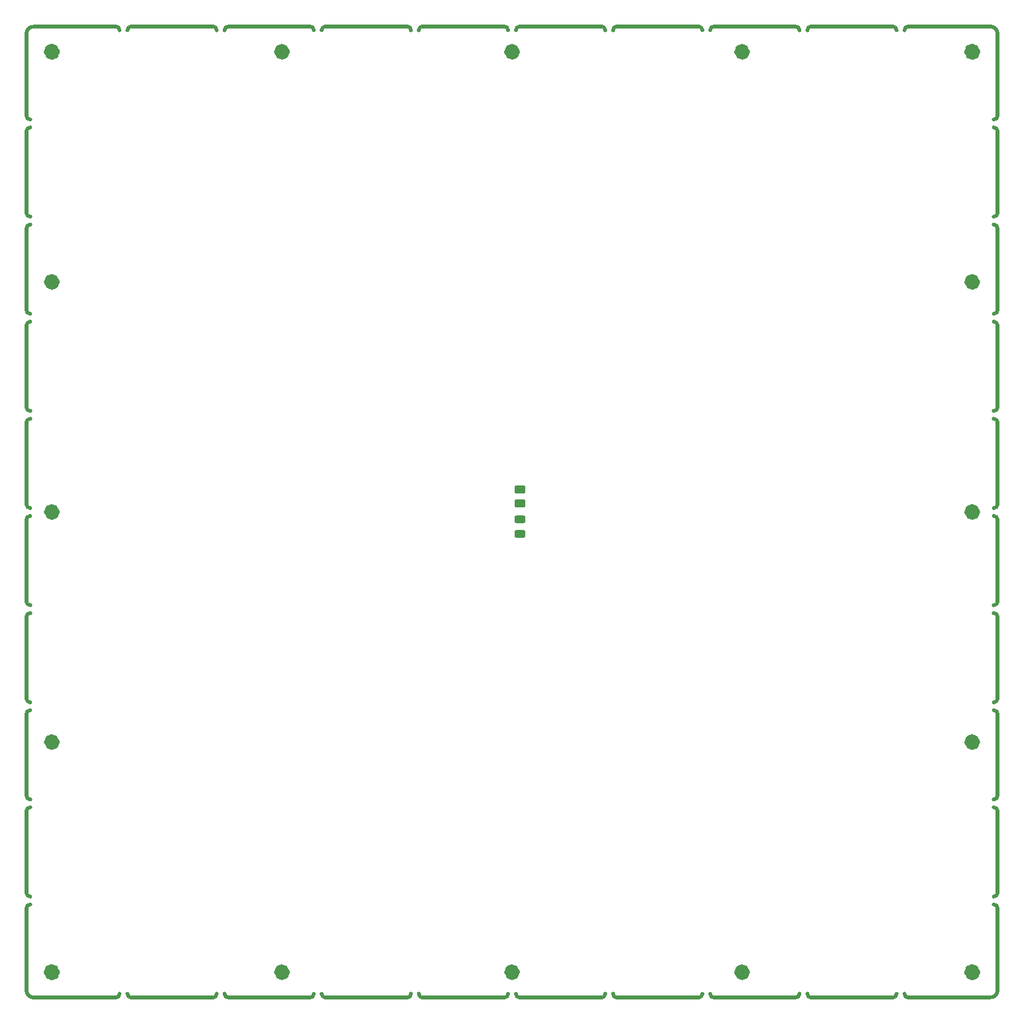
<source format=gtp>
G04 #@! TF.GenerationSoftware,KiCad,Pcbnew,6.0.10+dfsg-1~bpo11+1*
G04 #@! TF.CreationDate,2023-02-10T23:49:01+00:00*
G04 #@! TF.ProjectId,stencil,7374656e-6369-46c2-9e6b-696361645f70,rev?*
G04 #@! TF.SameCoordinates,Original*
G04 #@! TF.FileFunction,Paste,Top*
G04 #@! TF.FilePolarity,Positive*
%FSLAX46Y46*%
G04 Gerber Fmt 4.6, Leading zero omitted, Abs format (unit mm)*
G04 Created by KiCad (PCBNEW 6.0.10+dfsg-1~bpo11+1) date 2023-02-10 23:49:01*
%MOMM*%
%LPD*%
G01*
G04 APERTURE LIST*
G04 Aperture macros list*
%AMRoundRect*
0 Rectangle with rounded corners*
0 $1 Rounding radius*
0 $2 $3 $4 $5 $6 $7 $8 $9 X,Y pos of 4 corners*
0 Add a 4 corners polygon primitive as box body*
4,1,4,$2,$3,$4,$5,$6,$7,$8,$9,$2,$3,0*
0 Add four circle primitives for the rounded corners*
1,1,$1+$1,$2,$3*
1,1,$1+$1,$4,$5*
1,1,$1+$1,$6,$7*
1,1,$1+$1,$8,$9*
0 Add four rect primitives between the rounded corners*
20,1,$1+$1,$2,$3,$4,$5,0*
20,1,$1+$1,$4,$5,$6,$7,0*
20,1,$1+$1,$6,$7,$8,$9,0*
20,1,$1+$1,$8,$9,$2,$3,0*%
G04 Aperture macros list end*
%ADD10C,0.500000*%
%ADD11C,1.000000*%
%ADD12C,1.050000*%
%ADD13RoundRect,0.243750X0.456250X-0.243750X0.456250X0.243750X-0.456250X0.243750X-0.456250X-0.243750X0*%
%ADD14RoundRect,0.250000X-0.450000X0.262500X-0.450000X-0.262500X0.450000X-0.262500X0.450000X0.262500X0*%
G04 APERTURE END LIST*
D10*
X79000000Y-113800000D02*
G75*
G03*
X79500000Y-114300000I500000J0D01*
G01*
X178700000Y-151500000D02*
G75*
G03*
X179200000Y-152000000I500000J0D01*
G01*
X191100000Y-151500000D02*
G75*
G03*
X191600000Y-152000000I500000J0D01*
G01*
X190100000Y-28500000D02*
G75*
G03*
X189600000Y-28000000I-500000J0D01*
G01*
D11*
X112125000Y-148750000D02*
G75*
G03*
X112125000Y-148750000I-500000J0D01*
G01*
D12*
X200275000Y-31250000D02*
G75*
G03*
X200275000Y-31250000I-525000J0D01*
G01*
D10*
X80000000Y-28000000D02*
X90400000Y-28000000D01*
X203000000Y-66200000D02*
X203000000Y-76600000D01*
X154400000Y-152000000D02*
X164800000Y-152000000D01*
X179200000Y-28000000D02*
X189600000Y-28000000D01*
D11*
X112125000Y-31250000D02*
G75*
G03*
X112125000Y-31250000I-500000J0D01*
G01*
D10*
X104800000Y-152000000D02*
X115200000Y-152000000D01*
X79000000Y-115800000D02*
X79000000Y-126200000D01*
X79000000Y-51800000D02*
G75*
G03*
X79500000Y-52300000I500000J0D01*
G01*
X92400000Y-152000000D02*
X102800000Y-152000000D01*
X202500000Y-126700000D02*
G75*
G03*
X203000000Y-126200000I0J500000D01*
G01*
X79000000Y-64200000D02*
G75*
G03*
X79500000Y-64700000I500000J0D01*
G01*
D11*
X141500000Y-31250000D02*
G75*
G03*
X141500000Y-31250000I-500000J0D01*
G01*
D10*
X203000000Y-66200000D02*
G75*
G03*
X202500000Y-65700000I-500000J0D01*
G01*
D11*
X200250000Y-119375000D02*
G75*
G03*
X200250000Y-119375000I-500000J0D01*
G01*
D10*
X203000000Y-128200000D02*
G75*
G03*
X202500000Y-127700000I-500000J0D01*
G01*
X79000000Y-53800000D02*
X79000000Y-64200000D01*
X191600000Y-152000000D02*
X202000000Y-152000000D01*
X117200000Y-152000000D02*
X127600000Y-152000000D01*
D12*
X82775000Y-31250000D02*
G75*
G03*
X82775000Y-31250000I-525000J0D01*
G01*
D10*
X202500000Y-39900000D02*
G75*
G03*
X203000000Y-39400000I0J500000D01*
G01*
X79500000Y-127700000D02*
G75*
G03*
X79000000Y-128200000I0J-500000D01*
G01*
X79000000Y-89000000D02*
G75*
G03*
X79500000Y-89500000I500000J0D01*
G01*
X203000000Y-41400000D02*
X203000000Y-51800000D01*
D11*
X170875000Y-31250000D02*
G75*
G03*
X170875000Y-31250000I-500000J0D01*
G01*
D10*
X79000000Y-29000000D02*
X79000000Y-39400000D01*
X79000000Y-128200000D02*
X79000000Y-138600000D01*
X164800000Y-152000000D02*
G75*
G03*
X165300000Y-151500000I0J500000D01*
G01*
X91900000Y-151500000D02*
G75*
G03*
X92400000Y-152000000I500000J0D01*
G01*
X117200000Y-28000000D02*
G75*
G03*
X116700000Y-28500000I0J-500000D01*
G01*
X79000000Y-91000000D02*
X79000000Y-101400000D01*
X116700000Y-151500000D02*
G75*
G03*
X117200000Y-152000000I500000J0D01*
G01*
X179200000Y-152000000D02*
X189600000Y-152000000D01*
X202500000Y-52300000D02*
G75*
G03*
X203000000Y-51800000I0J500000D01*
G01*
D11*
X200250000Y-60625000D02*
G75*
G03*
X200250000Y-60625000I-500000J0D01*
G01*
D10*
X79500000Y-115300000D02*
G75*
G03*
X79000000Y-115800000I0J-500000D01*
G01*
X79500000Y-140100000D02*
G75*
G03*
X79000000Y-140600000I0J-500000D01*
G01*
D11*
X200250000Y-90000000D02*
G75*
G03*
X200250000Y-90000000I-500000J0D01*
G01*
D10*
X166300000Y-151500000D02*
G75*
G03*
X166800000Y-152000000I500000J0D01*
G01*
X102800000Y-152000000D02*
G75*
G03*
X103300000Y-151500000I0J500000D01*
G01*
X202500000Y-77100000D02*
G75*
G03*
X203000000Y-76600000I0J500000D01*
G01*
D11*
X82750000Y-60625000D02*
G75*
G03*
X82750000Y-60625000I-500000J0D01*
G01*
D10*
X92400000Y-28000000D02*
G75*
G03*
X91900000Y-28500000I0J-500000D01*
G01*
X79000000Y-151000000D02*
G75*
G03*
X80000000Y-152000000I1000000J0D01*
G01*
X79000000Y-41400000D02*
X79000000Y-51800000D01*
X104800000Y-28000000D02*
G75*
G03*
X104300000Y-28500000I0J-500000D01*
G01*
X90400000Y-152000000D02*
G75*
G03*
X90900000Y-151500000I0J500000D01*
G01*
X129600000Y-28000000D02*
G75*
G03*
X129100000Y-28500000I0J-500000D01*
G01*
X104300000Y-151500000D02*
G75*
G03*
X104800000Y-152000000I500000J0D01*
G01*
X141500000Y-151500000D02*
G75*
G03*
X142000000Y-152000000I500000J0D01*
G01*
X79000000Y-66200000D02*
X79000000Y-76600000D01*
D12*
X200275000Y-148750000D02*
G75*
G03*
X200275000Y-148750000I-525000J0D01*
G01*
D10*
X79000000Y-140600000D02*
X79000000Y-151000000D01*
X129100000Y-151500000D02*
G75*
G03*
X129600000Y-152000000I500000J0D01*
G01*
X177700000Y-28500000D02*
G75*
G03*
X177200000Y-28000000I-500000J0D01*
G01*
X153900000Y-151500000D02*
G75*
G03*
X154400000Y-152000000I500000J0D01*
G01*
X202500000Y-114300000D02*
G75*
G03*
X203000000Y-113800000I0J500000D01*
G01*
X129600000Y-152000000D02*
X140000000Y-152000000D01*
X203000000Y-115800000D02*
X203000000Y-126200000D01*
X202500000Y-89500000D02*
G75*
G03*
X203000000Y-89000000I0J500000D01*
G01*
X166800000Y-28000000D02*
X177200000Y-28000000D01*
X166800000Y-28000000D02*
G75*
G03*
X166300000Y-28500000I0J-500000D01*
G01*
X203000000Y-115800000D02*
G75*
G03*
X202500000Y-115300000I-500000J0D01*
G01*
D11*
X82750000Y-90000000D02*
G75*
G03*
X82750000Y-90000000I-500000J0D01*
G01*
D10*
X142000000Y-28000000D02*
G75*
G03*
X141500000Y-28500000I0J-500000D01*
G01*
X203000000Y-29000000D02*
G75*
G03*
X202000000Y-28000000I-1000000J0D01*
G01*
X191600000Y-28000000D02*
G75*
G03*
X191100000Y-28500000I0J-500000D01*
G01*
X127600000Y-152000000D02*
G75*
G03*
X128100000Y-151500000I0J500000D01*
G01*
X79000000Y-76600000D02*
G75*
G03*
X79500000Y-77100000I500000J0D01*
G01*
X202000000Y-152000000D02*
G75*
G03*
X203000000Y-151000000I0J1000000D01*
G01*
X79000000Y-39400000D02*
G75*
G03*
X79500000Y-39900000I500000J0D01*
G01*
X129600000Y-28000000D02*
X140000000Y-28000000D01*
X203000000Y-41400000D02*
G75*
G03*
X202500000Y-40900000I-500000J0D01*
G01*
X140000000Y-152000000D02*
G75*
G03*
X140500000Y-151500000I0J500000D01*
G01*
X203000000Y-78600000D02*
G75*
G03*
X202500000Y-78100000I-500000J0D01*
G01*
X79000000Y-126200000D02*
G75*
G03*
X79500000Y-126700000I500000J0D01*
G01*
X203000000Y-103400000D02*
X203000000Y-113800000D01*
X203000000Y-140600000D02*
X203000000Y-151000000D01*
X79500000Y-40900000D02*
G75*
G03*
X79000000Y-41400000I0J-500000D01*
G01*
X115700000Y-28500000D02*
G75*
G03*
X115200000Y-28000000I-500000J0D01*
G01*
X128100000Y-28500000D02*
G75*
G03*
X127600000Y-28000000I-500000J0D01*
G01*
X203000000Y-91000000D02*
X203000000Y-101400000D01*
X79500000Y-65700000D02*
G75*
G03*
X79000000Y-66200000I0J-500000D01*
G01*
X79000000Y-78600000D02*
X79000000Y-89000000D01*
X202500000Y-64700000D02*
G75*
G03*
X203000000Y-64200000I0J500000D01*
G01*
X177200000Y-152000000D02*
G75*
G03*
X177700000Y-151500000I0J500000D01*
G01*
X80000000Y-28000000D02*
G75*
G03*
X79000000Y-29000000I0J-1000000D01*
G01*
X154400000Y-28000000D02*
G75*
G03*
X153900000Y-28500000I0J-500000D01*
G01*
X203000000Y-140600000D02*
G75*
G03*
X202500000Y-140100000I-500000J0D01*
G01*
X165300000Y-28500000D02*
G75*
G03*
X164800000Y-28000000I-500000J0D01*
G01*
D11*
X82750000Y-119375000D02*
G75*
G03*
X82750000Y-119375000I-500000J0D01*
G01*
D10*
X189600000Y-152000000D02*
G75*
G03*
X190100000Y-151500000I0J500000D01*
G01*
X79500000Y-53300000D02*
G75*
G03*
X79000000Y-53800000I0J-500000D01*
G01*
X152900000Y-28500000D02*
G75*
G03*
X152400000Y-28000000I-500000J0D01*
G01*
X166800000Y-152000000D02*
X177200000Y-152000000D01*
X79500000Y-90500000D02*
G75*
G03*
X79000000Y-91000000I0J-500000D01*
G01*
X203000000Y-78600000D02*
X203000000Y-89000000D01*
X152400000Y-152000000D02*
G75*
G03*
X152900000Y-151500000I0J500000D01*
G01*
X79500000Y-102900000D02*
G75*
G03*
X79000000Y-103400000I0J-500000D01*
G01*
X142000000Y-28000000D02*
X152400000Y-28000000D01*
X79500000Y-78100000D02*
G75*
G03*
X79000000Y-78600000I0J-500000D01*
G01*
D11*
X170875000Y-148750000D02*
G75*
G03*
X170875000Y-148750000I-500000J0D01*
G01*
D10*
X104800000Y-28000000D02*
X115200000Y-28000000D01*
D11*
X141500000Y-148750000D02*
G75*
G03*
X141500000Y-148750000I-500000J0D01*
G01*
D10*
X92400000Y-28000000D02*
X102800000Y-28000000D01*
X140500000Y-28500000D02*
G75*
G03*
X140000000Y-28000000I-500000J0D01*
G01*
X79000000Y-101400000D02*
G75*
G03*
X79500000Y-101900000I500000J0D01*
G01*
X142000000Y-152000000D02*
X152400000Y-152000000D01*
X179200000Y-28000000D02*
G75*
G03*
X178700000Y-28500000I0J-500000D01*
G01*
X191600000Y-28000000D02*
X202000000Y-28000000D01*
D12*
X82775000Y-148750000D02*
G75*
G03*
X82775000Y-148750000I-525000J0D01*
G01*
D10*
X203000000Y-53800000D02*
X203000000Y-64200000D01*
X202500000Y-101900000D02*
G75*
G03*
X203000000Y-101400000I0J500000D01*
G01*
X79000000Y-103400000D02*
X79000000Y-113800000D01*
X203000000Y-103400000D02*
G75*
G03*
X202500000Y-102900000I-500000J0D01*
G01*
X79000000Y-138600000D02*
G75*
G03*
X79500000Y-139100000I500000J0D01*
G01*
X103300000Y-28500000D02*
G75*
G03*
X102800000Y-28000000I-500000J0D01*
G01*
X90900000Y-28500000D02*
G75*
G03*
X90400000Y-28000000I-500000J0D01*
G01*
X115200000Y-152000000D02*
G75*
G03*
X115700000Y-151500000I0J500000D01*
G01*
X203000000Y-29000000D02*
X203000000Y-39400000D01*
X203000000Y-128200000D02*
X203000000Y-138600000D01*
X80000000Y-152000000D02*
X90400000Y-152000000D01*
X202500000Y-139100000D02*
G75*
G03*
X203000000Y-138600000I0J500000D01*
G01*
X117200000Y-28000000D02*
X127600000Y-28000000D01*
X203000000Y-53800000D02*
G75*
G03*
X202500000Y-53300000I-500000J0D01*
G01*
X154400000Y-28000000D02*
X164800000Y-28000000D01*
X203000000Y-91000000D02*
G75*
G03*
X202500000Y-90500000I-500000J0D01*
G01*
D13*
G04 #@! TO.C,D1*
X142000000Y-92787500D03*
X142000000Y-90912500D03*
G04 #@! TD*
D14*
G04 #@! TO.C,R1*
X142000000Y-87087500D03*
X142000000Y-88912500D03*
G04 #@! TD*
M02*

</source>
